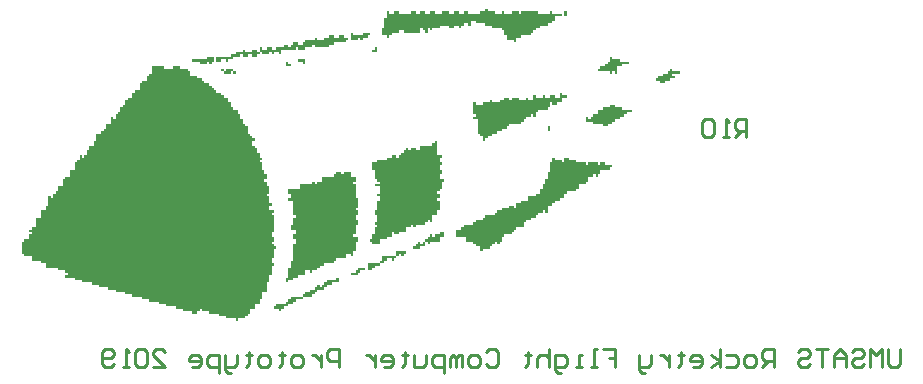
<source format=gbo>
G04*
G04 #@! TF.GenerationSoftware,Altium Limited,Altium Designer,19.0.14 (431)*
G04*
G04 Layer_Color=32896*
%FSLAX25Y25*%
%MOIN*%
G70*
G01*
G75*
%ADD11C,0.01000*%
G36*
X190100Y121500D02*
X192500D01*
Y120700D01*
X194900D01*
Y121500D01*
X195700D01*
Y120700D01*
X198100D01*
Y121500D01*
X200500D01*
Y120700D01*
X201300D01*
Y121500D01*
X206900D01*
Y120700D01*
X210900D01*
Y121500D01*
X211700D01*
Y120700D01*
X214900D01*
Y119900D01*
X212500D01*
Y119100D01*
Y118300D01*
X211700D01*
Y117500D01*
X210100D01*
Y116700D01*
X207700D01*
Y115900D01*
X206100D01*
Y115100D01*
X205300D01*
Y114300D01*
X204500D01*
Y113500D01*
X201300D01*
Y112700D01*
X199700D01*
Y111900D01*
Y111100D01*
X198900D01*
Y111900D01*
X196500D01*
Y112700D01*
Y113500D01*
X195700D01*
Y114300D01*
Y115100D01*
X194900D01*
Y115900D01*
X191700D01*
Y116700D01*
X189300D01*
Y117500D01*
X186100D01*
Y118300D01*
X184500D01*
Y117500D01*
Y116700D01*
X183700D01*
Y117500D01*
X182100D01*
Y116700D01*
X181300D01*
Y115900D01*
X180500D01*
Y116700D01*
X178900D01*
Y115900D01*
X177300D01*
Y116700D01*
X174100D01*
Y115900D01*
X171700D01*
Y115100D01*
X170900D01*
Y115900D01*
X170100D01*
Y115100D01*
Y114300D01*
X169300D01*
Y115100D01*
X168500D01*
Y115900D01*
X167700D01*
Y115100D01*
Y114300D01*
X162100D01*
Y115100D01*
X160500D01*
Y114300D01*
X158100D01*
Y113500D01*
X157300D01*
Y112700D01*
X156500D01*
Y113500D01*
X154900D01*
Y114300D01*
Y115100D01*
Y115900D01*
X155700D01*
Y116700D01*
Y117500D01*
Y118300D01*
Y119100D01*
X156500D01*
Y119900D01*
Y120700D01*
Y121500D01*
X157300D01*
Y120700D01*
X158900D01*
Y121500D01*
X160500D01*
Y120700D01*
X164500D01*
Y121500D01*
X166100D01*
Y120700D01*
X167700D01*
Y121500D01*
X169300D01*
Y120700D01*
X170900D01*
Y121500D01*
X172500D01*
Y120700D01*
X174900D01*
Y121500D01*
X177300D01*
Y120700D01*
X178900D01*
Y121500D01*
X180500D01*
Y120700D01*
X182100D01*
Y121500D01*
X183700D01*
Y120700D01*
X187700D01*
Y121500D01*
X189300D01*
Y122300D01*
X190100D01*
Y121500D01*
D02*
G37*
G36*
X216500Y120700D02*
Y119900D01*
X215700D01*
Y120700D01*
Y121500D01*
X216500D01*
Y120700D01*
D02*
G37*
G36*
X150900Y113500D02*
X150100D01*
Y112700D01*
X148500D01*
Y111900D01*
X147700D01*
Y112700D01*
X146900D01*
Y111900D01*
X144500D01*
Y112700D01*
Y113500D01*
Y114300D01*
X145300D01*
Y113500D01*
X148500D01*
Y114300D01*
X150900D01*
Y113500D01*
D02*
G37*
G36*
X142100Y112700D02*
X143700D01*
Y111900D01*
X142900D01*
Y111100D01*
X138900D01*
Y110300D01*
X137300D01*
Y109500D01*
X132500D01*
Y110300D01*
X131700D01*
Y109500D01*
X129300D01*
Y108700D01*
X126900D01*
Y109500D01*
X126100D01*
Y108700D01*
X121300D01*
Y107900D01*
Y107100D01*
X120500D01*
Y107900D01*
X118900D01*
Y107100D01*
X118100D01*
Y107900D01*
X117300D01*
Y107100D01*
X114900D01*
Y107900D01*
X114100D01*
Y108700D01*
Y109500D01*
X114900D01*
Y108700D01*
X116500D01*
Y109500D01*
X118100D01*
Y108700D01*
X119700D01*
Y109500D01*
X122100D01*
Y110300D01*
X123700D01*
Y109500D01*
X124500D01*
Y110300D01*
X125300D01*
Y111100D01*
X126900D01*
Y110300D01*
X128500D01*
Y111100D01*
X129300D01*
Y111900D01*
X132500D01*
Y112700D01*
X133300D01*
Y111900D01*
X135700D01*
Y112700D01*
X137300D01*
Y113500D01*
X138900D01*
Y112700D01*
X140500D01*
Y113500D01*
X142100D01*
Y112700D01*
D02*
G37*
G36*
X153300Y108700D02*
Y107900D01*
X151700D01*
Y108700D01*
X152500D01*
Y109500D01*
X153300D01*
Y108700D01*
D02*
G37*
G36*
X113300Y107900D02*
X114100D01*
Y107100D01*
X113300D01*
Y106300D01*
X111700D01*
Y107100D01*
X110100D01*
Y106300D01*
X108500D01*
Y107100D01*
X107700D01*
Y106300D01*
X105300D01*
Y105500D01*
X103700D01*
Y104700D01*
X102900D01*
Y105500D01*
X101300D01*
Y104700D01*
X99700D01*
Y105500D01*
Y106300D01*
X104500D01*
Y107100D01*
X106100D01*
Y107900D01*
X108500D01*
Y108700D01*
X109300D01*
Y107900D01*
X111700D01*
Y108700D01*
X113300D01*
Y107900D01*
D02*
G37*
G36*
X129300Y104700D02*
Y103900D01*
X128500D01*
Y104700D01*
X126900D01*
Y105500D01*
X129300D01*
Y104700D01*
D02*
G37*
G36*
X98900Y105500D02*
Y104700D01*
X98100D01*
Y103900D01*
X97300D01*
Y104700D01*
X96500D01*
Y103900D01*
X94100D01*
Y104700D01*
X91700D01*
Y105500D01*
X96500D01*
Y106300D01*
X98900D01*
Y105500D01*
D02*
G37*
G36*
X123700Y103900D02*
X124500D01*
Y103100D01*
X122900D01*
Y103900D01*
Y104700D01*
X123700D01*
Y103900D01*
D02*
G37*
G36*
X87700Y102300D02*
X90100D01*
Y101500D01*
X90900D01*
Y100700D01*
Y99900D01*
X93300D01*
Y99100D01*
X94900D01*
Y98300D01*
X95700D01*
Y97500D01*
X97300D01*
Y96700D01*
X98100D01*
Y95900D01*
X98900D01*
Y95100D01*
X99700D01*
Y94300D01*
X101300D01*
Y93500D01*
X102100D01*
Y92700D01*
X103700D01*
Y91900D01*
Y91100D01*
X104500D01*
Y90300D01*
Y89500D01*
X105300D01*
Y88700D01*
X106900D01*
Y87900D01*
Y87100D01*
X107700D01*
Y86300D01*
Y85500D01*
X108500D01*
Y84700D01*
Y83900D01*
X109300D01*
Y83100D01*
X110100D01*
Y82300D01*
Y81500D01*
Y80700D01*
X110900D01*
Y79900D01*
X111700D01*
Y79100D01*
X112500D01*
Y78300D01*
X111700D01*
Y77500D01*
Y76700D01*
X112500D01*
Y75900D01*
X113300D01*
Y75100D01*
Y74300D01*
X114100D01*
Y73500D01*
Y72700D01*
X114900D01*
Y71900D01*
X114100D01*
Y71100D01*
X114900D01*
Y70300D01*
Y69500D01*
Y68700D01*
X115700D01*
Y67900D01*
Y67100D01*
X116500D01*
Y66300D01*
Y65500D01*
X115700D01*
Y64700D01*
X116500D01*
Y63900D01*
Y63100D01*
X117300D01*
Y62300D01*
Y61500D01*
Y60700D01*
X116500D01*
Y59900D01*
X117300D01*
Y59100D01*
Y58300D01*
Y57500D01*
X118100D01*
Y56700D01*
X117300D01*
Y55900D01*
Y55100D01*
X118900D01*
Y54300D01*
X118100D01*
Y53500D01*
X118900D01*
Y52700D01*
Y51900D01*
Y51100D01*
Y50300D01*
Y49500D01*
Y48700D01*
Y47900D01*
X118100D01*
Y47100D01*
Y46300D01*
X118900D01*
Y45500D01*
Y44700D01*
X118100D01*
Y43900D01*
X118900D01*
Y43100D01*
X119700D01*
Y42300D01*
X118900D01*
Y41500D01*
Y40700D01*
Y39900D01*
Y39100D01*
X118100D01*
Y38300D01*
Y37500D01*
X118900D01*
Y36700D01*
X118100D01*
Y35900D01*
Y35100D01*
Y34300D01*
Y33500D01*
X117300D01*
Y32700D01*
Y31900D01*
Y31100D01*
X116500D01*
Y30300D01*
Y29500D01*
Y28700D01*
Y27900D01*
X114900D01*
Y27100D01*
Y26300D01*
Y25500D01*
X114100D01*
Y24700D01*
Y23900D01*
X112500D01*
Y23100D01*
Y22300D01*
X110900D01*
Y21500D01*
Y20700D01*
X110100D01*
Y19900D01*
X109300D01*
Y19100D01*
X106900D01*
Y18300D01*
X106100D01*
Y19100D01*
X102900D01*
Y19900D01*
X100500D01*
Y20700D01*
X97300D01*
Y21500D01*
X94900D01*
Y22300D01*
X94100D01*
Y21500D01*
X93300D01*
Y20700D01*
X91700D01*
Y21500D01*
X88500D01*
Y22300D01*
X86100D01*
Y23100D01*
X82900D01*
Y23900D01*
X80500D01*
Y24700D01*
X77300D01*
Y25500D01*
X74900D01*
Y26300D01*
X71700D01*
Y27100D01*
X69300D01*
Y27900D01*
X66100D01*
Y28700D01*
X63700D01*
Y29500D01*
X60500D01*
Y30300D01*
X58100D01*
Y31100D01*
X54900D01*
Y31900D01*
X52500D01*
Y32700D01*
X49300D01*
Y33500D01*
X50100D01*
Y34300D01*
X49300D01*
Y35100D01*
X46900D01*
Y35900D01*
X42900D01*
Y36700D01*
Y37500D01*
X41300D01*
Y38300D01*
X38100D01*
Y39100D01*
Y39900D01*
X35700D01*
Y40700D01*
X34900D01*
Y41500D01*
Y42300D01*
Y43100D01*
Y43900D01*
Y44700D01*
X35700D01*
Y45500D01*
X37300D01*
Y46300D01*
Y47100D01*
X38100D01*
Y47900D01*
X37300D01*
Y48700D01*
X38100D01*
Y49500D01*
X39700D01*
Y50300D01*
Y51100D01*
Y51900D01*
Y52700D01*
X41300D01*
Y53500D01*
Y54300D01*
Y55100D01*
X42900D01*
Y55900D01*
Y56700D01*
X43700D01*
Y57500D01*
Y58300D01*
Y59100D01*
Y59900D01*
X44500D01*
Y59100D01*
X45300D01*
Y59900D01*
Y60700D01*
X46100D01*
Y61500D01*
X46900D01*
Y62300D01*
Y63100D01*
X48500D01*
Y63900D01*
Y64700D01*
Y65500D01*
X49300D01*
Y66300D01*
X50900D01*
Y67100D01*
Y67900D01*
Y68700D01*
X52500D01*
Y69500D01*
Y70300D01*
Y71100D01*
X53300D01*
Y71900D01*
X54100D01*
Y72700D01*
Y73500D01*
X54900D01*
Y72700D01*
X55700D01*
Y73500D01*
X56500D01*
Y74300D01*
Y75100D01*
X57300D01*
Y75900D01*
Y76700D01*
X58900D01*
Y77500D01*
Y78300D01*
X59700D01*
Y79100D01*
Y79900D01*
Y80700D01*
X61300D01*
Y81500D01*
X62100D01*
Y82300D01*
X62900D01*
Y83100D01*
Y83900D01*
X64500D01*
Y84700D01*
Y85500D01*
Y86300D01*
X65300D01*
Y85500D01*
X66100D01*
Y86300D01*
Y87100D01*
X66900D01*
Y87900D01*
X67700D01*
Y88700D01*
Y89500D01*
X68500D01*
Y90300D01*
X69300D01*
Y91100D01*
Y91900D01*
X70100D01*
Y92700D01*
X71700D01*
Y93500D01*
Y94300D01*
X72500D01*
Y95100D01*
X74100D01*
Y95900D01*
Y96700D01*
Y97500D01*
X74900D01*
Y98300D01*
X76500D01*
Y99100D01*
Y99900D01*
X77300D01*
Y100700D01*
X78100D01*
Y101500D01*
Y102300D01*
Y103100D01*
X82100D01*
Y102300D01*
X85300D01*
Y103100D01*
X87700D01*
Y102300D01*
D02*
G37*
G36*
X105300Y101500D02*
X106100D01*
Y100700D01*
X105300D01*
Y101500D01*
X104500D01*
Y100700D01*
X102100D01*
Y101500D01*
X101300D01*
Y102300D01*
X102100D01*
Y101500D01*
X102900D01*
Y102300D01*
X105300D01*
Y101500D01*
D02*
G37*
G36*
X231700Y105500D02*
X234100D01*
Y104700D01*
X237300D01*
Y103900D01*
X234900D01*
Y103100D01*
X233300D01*
Y102300D01*
Y101500D01*
Y100700D01*
X232500D01*
Y101500D01*
X231700D01*
Y100700D01*
X230900D01*
Y101500D01*
X226900D01*
Y102300D01*
X227700D01*
Y103100D01*
X229300D01*
Y103900D01*
X230100D01*
Y104700D01*
X230900D01*
Y105500D01*
Y106300D01*
X231700D01*
Y105500D01*
D02*
G37*
G36*
X251700Y101500D02*
X254100D01*
Y100700D01*
X251700D01*
Y99900D01*
X252500D01*
Y99100D01*
X250900D01*
Y98300D01*
X249300D01*
Y97500D01*
X247700D01*
Y98300D01*
X246100D01*
Y99100D01*
X246900D01*
Y99900D01*
X248500D01*
Y100700D01*
X250100D01*
Y101500D01*
X250900D01*
Y102300D01*
X251700D01*
Y101500D01*
D02*
G37*
G36*
X214900Y93500D02*
X216500D01*
Y92700D01*
X214900D01*
Y91900D01*
Y91100D01*
X213300D01*
Y90300D01*
X211700D01*
Y91100D01*
X210900D01*
Y90300D01*
Y89500D01*
X210100D01*
Y88700D01*
X206900D01*
Y87900D01*
X206100D01*
Y87100D01*
Y86300D01*
X205300D01*
Y87100D01*
X204500D01*
Y86300D01*
X202900D01*
Y85500D01*
X202100D01*
Y84700D01*
X201300D01*
Y83900D01*
X197300D01*
Y83100D01*
X196500D01*
Y82300D01*
X194900D01*
Y81500D01*
X193300D01*
Y80700D01*
X191700D01*
Y79900D01*
X190100D01*
Y79100D01*
X189300D01*
Y78300D01*
X188500D01*
Y79100D01*
Y79900D01*
X187700D01*
Y80700D01*
X186900D01*
Y81500D01*
Y82300D01*
Y83100D01*
Y83900D01*
Y84700D01*
Y85500D01*
X185300D01*
Y86300D01*
X186100D01*
Y87100D01*
X185300D01*
Y87900D01*
Y88700D01*
Y89500D01*
Y90300D01*
Y91100D01*
X186100D01*
Y90300D01*
X188500D01*
Y91100D01*
X190900D01*
Y91900D01*
X191700D01*
Y91100D01*
X194100D01*
Y91900D01*
X195700D01*
Y92700D01*
X197300D01*
Y91900D01*
X198100D01*
Y92700D01*
X200500D01*
Y91900D01*
X202900D01*
Y92700D01*
X203700D01*
Y91900D01*
X205300D01*
Y92700D01*
Y93500D01*
X206100D01*
Y92700D01*
X208500D01*
Y93500D01*
X209300D01*
Y92700D01*
X210900D01*
Y93500D01*
X212500D01*
Y92700D01*
X214100D01*
Y93500D01*
Y94300D01*
X214900D01*
Y93500D01*
D02*
G37*
G36*
X232500Y89500D02*
X234900D01*
Y88700D01*
X238100D01*
Y87900D01*
X236500D01*
Y87100D01*
X235700D01*
Y86300D01*
X234100D01*
Y85500D01*
X232500D01*
Y84700D01*
X231700D01*
Y83900D01*
X230100D01*
Y83100D01*
X228500D01*
Y83900D01*
X225300D01*
Y84700D01*
X222900D01*
Y85500D01*
Y86300D01*
X223700D01*
Y85500D01*
X224500D01*
Y86300D01*
X225300D01*
Y87100D01*
X226900D01*
Y87900D01*
Y88700D01*
X228500D01*
Y89500D01*
X230900D01*
Y90300D01*
X232500D01*
Y89500D01*
D02*
G37*
G36*
X210900Y82300D02*
Y81500D01*
X210100D01*
Y82300D01*
Y83100D01*
X210900D01*
Y82300D01*
D02*
G37*
G36*
X173300Y77500D02*
Y76700D01*
Y75900D01*
Y75100D01*
Y74300D01*
Y73500D01*
X174900D01*
Y72700D01*
X174100D01*
Y71900D01*
Y71100D01*
X174900D01*
Y70300D01*
X174100D01*
Y69500D01*
Y68700D01*
X174900D01*
Y67900D01*
Y67100D01*
X174100D01*
Y66300D01*
Y65500D01*
X175700D01*
Y64700D01*
X174900D01*
Y63900D01*
Y63100D01*
Y62300D01*
X174100D01*
Y61500D01*
X173300D01*
Y60700D01*
X174100D01*
Y59900D01*
Y59100D01*
X173300D01*
Y58300D01*
X174100D01*
Y57500D01*
Y56700D01*
Y55900D01*
Y55100D01*
X173300D01*
Y54300D01*
Y53500D01*
X171700D01*
Y52700D01*
Y51900D01*
Y51100D01*
X170900D01*
Y51900D01*
X170100D01*
Y51100D01*
X169300D01*
Y50300D01*
X166100D01*
Y49500D01*
X165300D01*
Y50300D01*
X164500D01*
Y49500D01*
X162900D01*
Y48700D01*
Y47900D01*
X160500D01*
Y47100D01*
X158900D01*
Y47900D01*
X158100D01*
Y47100D01*
Y46300D01*
X156500D01*
Y45500D01*
X154100D01*
Y44700D01*
Y43900D01*
X151700D01*
Y44700D01*
X150900D01*
Y45500D01*
X151700D01*
Y46300D01*
Y47100D01*
X152500D01*
Y47900D01*
Y48700D01*
Y49500D01*
X153300D01*
Y50300D01*
X152500D01*
Y51100D01*
X153300D01*
Y51900D01*
Y52700D01*
Y53500D01*
X152500D01*
Y54300D01*
Y55100D01*
X153300D01*
Y55900D01*
Y56700D01*
Y57500D01*
Y58300D01*
X154100D01*
Y59100D01*
Y59900D01*
X153300D01*
Y60700D01*
X154100D01*
Y61500D01*
Y62300D01*
Y63100D01*
X152500D01*
Y63900D01*
X154100D01*
Y64700D01*
X153300D01*
Y65500D01*
X152500D01*
Y66300D01*
Y67100D01*
Y67900D01*
Y68700D01*
X151700D01*
Y69500D01*
Y70300D01*
Y71100D01*
X153300D01*
Y71900D01*
X156500D01*
Y72700D01*
X158100D01*
Y73500D01*
X159700D01*
Y72700D01*
X160500D01*
Y73500D01*
X161300D01*
Y74300D01*
X162100D01*
Y75100D01*
X162900D01*
Y75900D01*
X163700D01*
Y75100D01*
X164500D01*
Y75900D01*
X166100D01*
Y75100D01*
X167700D01*
Y75900D01*
Y76700D01*
X171700D01*
Y77500D01*
X172500D01*
Y78300D01*
X173300D01*
Y77500D01*
D02*
G37*
G36*
X217300Y71900D02*
X219700D01*
Y71100D01*
X222900D01*
Y70300D01*
X223700D01*
Y71100D01*
X226900D01*
Y70300D01*
X227700D01*
Y71100D01*
X229300D01*
Y70300D01*
X231700D01*
Y69500D01*
X230900D01*
Y68700D01*
X227700D01*
Y67900D01*
Y67100D01*
X226900D01*
Y66300D01*
X226100D01*
Y67100D01*
X225300D01*
Y66300D01*
X223700D01*
Y65500D01*
Y64700D01*
X222900D01*
Y63900D01*
X220500D01*
Y63100D01*
Y62300D01*
X219700D01*
Y61500D01*
X216500D01*
Y60700D01*
X215700D01*
Y59900D01*
Y59100D01*
X214100D01*
Y58300D01*
X212500D01*
Y57500D01*
X211700D01*
Y56700D01*
X210100D01*
Y55900D01*
Y55100D01*
Y54300D01*
X209300D01*
Y55100D01*
X208500D01*
Y54300D01*
X206900D01*
Y53500D01*
X206100D01*
Y52700D01*
X204500D01*
Y51900D01*
X202900D01*
Y51100D01*
X202100D01*
Y50300D01*
Y49500D01*
X199700D01*
Y48700D01*
X198900D01*
Y47900D01*
X198100D01*
Y47100D01*
X195700D01*
Y46300D01*
X194900D01*
Y45500D01*
Y44700D01*
X194100D01*
Y43900D01*
X193300D01*
Y44700D01*
X192500D01*
Y43900D01*
X191700D01*
Y43100D01*
X190900D01*
Y42300D01*
X188500D01*
Y41500D01*
X187700D01*
Y42300D01*
Y43100D01*
X186100D01*
Y43900D01*
X185300D01*
Y44700D01*
X182900D01*
Y45500D01*
Y46300D01*
X179700D01*
Y47100D01*
Y47900D01*
Y48700D01*
X181300D01*
Y49500D01*
X182100D01*
Y50300D01*
X185300D01*
Y51100D01*
X186100D01*
Y51900D01*
X188500D01*
Y52700D01*
X189300D01*
Y53500D01*
X192500D01*
Y54300D01*
X193300D01*
Y55100D01*
X194900D01*
Y55900D01*
X197300D01*
Y56700D01*
X198900D01*
Y55900D01*
X199700D01*
Y56700D01*
Y57500D01*
X201300D01*
Y58300D01*
X203700D01*
Y59100D01*
Y59900D01*
X206100D01*
Y60700D01*
X207700D01*
Y61500D01*
Y62300D01*
X208500D01*
Y63100D01*
Y63900D01*
X209300D01*
Y64700D01*
Y65500D01*
X210100D01*
Y66300D01*
Y67100D01*
Y67900D01*
X210900D01*
Y68700D01*
Y69500D01*
Y70300D01*
Y71100D01*
X211700D01*
Y71900D01*
Y72700D01*
X212500D01*
Y71900D01*
X214900D01*
Y71100D01*
X215700D01*
Y71900D01*
Y72700D01*
X217300D01*
Y71900D01*
D02*
G37*
G36*
X144500Y67100D02*
Y66300D01*
X146100D01*
Y65500D01*
Y64700D01*
X145300D01*
Y63900D01*
X146100D01*
Y63100D01*
Y62300D01*
Y61500D01*
Y60700D01*
Y59900D01*
Y59100D01*
X146900D01*
Y58300D01*
Y57500D01*
Y56700D01*
Y55900D01*
X146100D01*
Y55100D01*
X146900D01*
Y54300D01*
Y53500D01*
X146100D01*
Y52700D01*
Y51900D01*
X146900D01*
Y51100D01*
Y50300D01*
X146100D01*
Y49500D01*
Y48700D01*
Y47900D01*
Y47100D01*
X145300D01*
Y46300D01*
X146900D01*
Y45500D01*
Y44700D01*
X146100D01*
Y43900D01*
Y43100D01*
Y42300D01*
Y41500D01*
X145300D01*
Y40700D01*
Y39900D01*
X144500D01*
Y40700D01*
X142900D01*
Y39900D01*
Y39100D01*
X139700D01*
Y38300D01*
X138900D01*
Y37500D01*
X135700D01*
Y36700D01*
X134100D01*
Y35900D01*
X133300D01*
Y35100D01*
X131700D01*
Y34300D01*
X130900D01*
Y35100D01*
X129300D01*
Y34300D01*
Y33500D01*
X126900D01*
Y32700D01*
X125300D01*
Y31900D01*
X123700D01*
Y31100D01*
X122900D01*
Y31900D01*
Y32700D01*
X123700D01*
Y33500D01*
Y34300D01*
Y35100D01*
Y35900D01*
X124500D01*
Y36700D01*
Y37500D01*
Y38300D01*
X125300D01*
Y39100D01*
Y39900D01*
Y40700D01*
Y41500D01*
Y42300D01*
Y43100D01*
Y43900D01*
X126100D01*
Y44700D01*
Y45500D01*
X125300D01*
Y46300D01*
Y47100D01*
X126100D01*
Y47900D01*
Y48700D01*
X124500D01*
Y49500D01*
Y50300D01*
X125300D01*
Y51100D01*
Y51900D01*
Y52700D01*
X126100D01*
Y53500D01*
X125300D01*
Y54300D01*
Y55100D01*
Y55900D01*
Y56700D01*
Y57500D01*
Y58300D01*
X123700D01*
Y59100D01*
X124500D01*
Y59900D01*
Y60700D01*
X123700D01*
Y61500D01*
Y62300D01*
X127700D01*
Y63100D01*
Y63900D01*
X131700D01*
Y64700D01*
X132500D01*
Y63900D01*
X133300D01*
Y64700D01*
X134900D01*
Y65500D01*
Y66300D01*
X138900D01*
Y67100D01*
X139700D01*
Y67900D01*
X141300D01*
Y67100D01*
X142100D01*
Y67900D01*
X144500D01*
Y67100D01*
D02*
G37*
G36*
X175700Y47100D02*
Y46300D01*
X174100D01*
Y45500D01*
Y44700D01*
X170900D01*
Y43900D01*
X170100D01*
Y44700D01*
X169300D01*
Y45500D01*
X170100D01*
Y46300D01*
X170900D01*
Y47100D01*
X171700D01*
Y46300D01*
X172500D01*
Y47100D01*
X174100D01*
Y47900D01*
X175700D01*
Y47100D01*
D02*
G37*
G36*
X169300Y43900D02*
Y43100D01*
X167700D01*
Y42300D01*
X165300D01*
Y43100D01*
X166100D01*
Y43900D01*
X166900D01*
Y44700D01*
X167700D01*
Y43900D01*
X168500D01*
Y44700D01*
X169300D01*
Y43900D01*
D02*
G37*
G36*
X162900Y40700D02*
X162100D01*
Y39900D01*
X161300D01*
Y40700D01*
X160500D01*
Y39900D01*
X159700D01*
Y40700D01*
Y41500D01*
X162900D01*
Y40700D01*
D02*
G37*
G36*
X159700Y39100D02*
X158900D01*
Y38300D01*
X158100D01*
Y39100D01*
X156500D01*
Y38300D01*
X155700D01*
Y37500D01*
X154100D01*
Y38300D01*
X154900D01*
Y39100D01*
Y39900D01*
X159700D01*
Y39100D01*
D02*
G37*
G36*
X154100Y36700D02*
X152500D01*
Y35900D01*
X151700D01*
Y35100D01*
X150100D01*
Y35900D01*
Y36700D01*
Y37500D01*
X154100D01*
Y36700D01*
D02*
G37*
G36*
X149300Y35100D02*
X147700D01*
Y34300D01*
X146900D01*
Y33500D01*
X144500D01*
Y34300D01*
X146100D01*
Y35100D01*
X146900D01*
Y35900D01*
X149300D01*
Y35100D01*
D02*
G37*
G36*
X140500Y31900D02*
Y31100D01*
X138100D01*
Y30300D01*
X136500D01*
Y29500D01*
X135700D01*
Y28700D01*
X133300D01*
Y27900D01*
X132500D01*
Y27100D01*
X131700D01*
Y26300D01*
X128500D01*
Y27100D01*
X129300D01*
Y27900D01*
X130900D01*
Y28700D01*
X132500D01*
Y29500D01*
X133300D01*
Y30300D01*
X134100D01*
Y29500D01*
X134900D01*
Y30300D01*
X135700D01*
Y31100D01*
X136500D01*
Y31900D01*
X139700D01*
Y32700D01*
X140500D01*
Y31900D01*
D02*
G37*
G36*
X128500Y25500D02*
X126100D01*
Y24700D01*
X125300D01*
Y23900D01*
X123700D01*
Y23100D01*
X122100D01*
Y22300D01*
X121300D01*
Y21500D01*
X120500D01*
Y22300D01*
X118900D01*
Y23100D01*
X119700D01*
Y23900D01*
X122900D01*
Y24700D01*
X123700D01*
Y25500D01*
X124500D01*
Y26300D01*
X128500D01*
Y25500D01*
D02*
G37*
D11*
X327600Y8798D02*
Y3800D01*
X326600Y2800D01*
X324601D01*
X323601Y3800D01*
Y8798D01*
X321602Y2800D02*
Y8798D01*
X319603Y6799D01*
X317603Y8798D01*
Y2800D01*
X311605Y7798D02*
X312605Y8798D01*
X314604D01*
X315604Y7798D01*
Y6799D01*
X314604Y5799D01*
X312605D01*
X311605Y4799D01*
Y3800D01*
X312605Y2800D01*
X314604D01*
X315604Y3800D01*
X309606Y2800D02*
Y6799D01*
X307607Y8798D01*
X305607Y6799D01*
Y2800D01*
Y5799D01*
X309606D01*
X303608Y8798D02*
X299609D01*
X301608D01*
Y2800D01*
X293611Y7798D02*
X294611Y8798D01*
X296610D01*
X297610Y7798D01*
Y6799D01*
X296610Y5799D01*
X294611D01*
X293611Y4799D01*
Y3800D01*
X294611Y2800D01*
X296610D01*
X297610Y3800D01*
X285614Y2800D02*
Y8798D01*
X282615D01*
X281615Y7798D01*
Y5799D01*
X282615Y4799D01*
X285614D01*
X283614D02*
X281615Y2800D01*
X278616D02*
X276617D01*
X275617Y3800D01*
Y5799D01*
X276617Y6799D01*
X278616D01*
X279615Y5799D01*
Y3800D01*
X278616Y2800D01*
X269619Y6799D02*
X272618D01*
X273618Y5799D01*
Y3800D01*
X272618Y2800D01*
X269619D01*
X267619D02*
Y8798D01*
Y4799D02*
X264620Y6799D01*
X267619Y4799D02*
X264620Y2800D01*
X258622D02*
X260622D01*
X261621Y3800D01*
Y5799D01*
X260622Y6799D01*
X258622D01*
X257623Y5799D01*
Y4799D01*
X261621D01*
X254624Y7798D02*
Y6799D01*
X255623D01*
X253624D01*
X254624D01*
Y3800D01*
X253624Y2800D01*
X250625Y6799D02*
Y2800D01*
Y4799D01*
X249625Y5799D01*
X248626Y6799D01*
X247626D01*
X244627D02*
Y3800D01*
X243627Y2800D01*
X240628D01*
Y1800D01*
X241628Y801D01*
X242628D01*
X240628Y2800D02*
Y6799D01*
X228632Y8798D02*
X232631D01*
Y5799D01*
X230631D01*
X232631D01*
Y2800D01*
X226633D02*
X224633D01*
X225633D01*
Y8798D01*
X226633D01*
X221634Y2800D02*
X219635D01*
X220635D01*
Y6799D01*
X221634D01*
X214636Y801D02*
X213637D01*
X212637Y1800D01*
Y6799D01*
X215636D01*
X216636Y5799D01*
Y3800D01*
X215636Y2800D01*
X212637D01*
X210638Y8798D02*
Y2800D01*
Y5799D01*
X209638Y6799D01*
X207639D01*
X206639Y5799D01*
Y2800D01*
X203640Y7798D02*
Y6799D01*
X204640D01*
X202640D01*
X203640D01*
Y3800D01*
X202640Y2800D01*
X189645Y7798D02*
X190644Y8798D01*
X192644D01*
X193643Y7798D01*
Y3800D01*
X192644Y2800D01*
X190644D01*
X189645Y3800D01*
X186646Y2800D02*
X184646D01*
X183647Y3800D01*
Y5799D01*
X184646Y6799D01*
X186646D01*
X187645Y5799D01*
Y3800D01*
X186646Y2800D01*
X181647D02*
Y6799D01*
X180648D01*
X179648Y5799D01*
Y2800D01*
Y5799D01*
X178648Y6799D01*
X177648Y5799D01*
Y2800D01*
X175649Y801D02*
Y6799D01*
X172650D01*
X171651Y5799D01*
Y3800D01*
X172650Y2800D01*
X175649D01*
X169651Y6799D02*
Y3800D01*
X168651Y2800D01*
X165652D01*
Y6799D01*
X162653Y7798D02*
Y6799D01*
X163653D01*
X161654D01*
X162653D01*
Y3800D01*
X161654Y2800D01*
X155656D02*
X157655D01*
X158655Y3800D01*
Y5799D01*
X157655Y6799D01*
X155656D01*
X154656Y5799D01*
Y4799D01*
X158655D01*
X152657Y6799D02*
Y2800D01*
Y4799D01*
X151657Y5799D01*
X150657Y6799D01*
X149658D01*
X140661Y2800D02*
Y8798D01*
X137661D01*
X136662Y7798D01*
Y5799D01*
X137661Y4799D01*
X140661D01*
X134662Y6799D02*
Y2800D01*
Y4799D01*
X133663Y5799D01*
X132663Y6799D01*
X131663D01*
X127665Y2800D02*
X125665D01*
X124666Y3800D01*
Y5799D01*
X125665Y6799D01*
X127665D01*
X128664Y5799D01*
Y3800D01*
X127665Y2800D01*
X121667Y7798D02*
Y6799D01*
X122666D01*
X120667D01*
X121667D01*
Y3800D01*
X120667Y2800D01*
X116668D02*
X114669D01*
X113669Y3800D01*
Y5799D01*
X114669Y6799D01*
X116668D01*
X117668Y5799D01*
Y3800D01*
X116668Y2800D01*
X110670Y7798D02*
Y6799D01*
X111670D01*
X109670D01*
X110670D01*
Y3800D01*
X109670Y2800D01*
X106672Y6799D02*
Y3800D01*
X105672Y2800D01*
X102673D01*
Y1800D01*
X103673Y801D01*
X104672D01*
X102673Y2800D02*
Y6799D01*
X100673Y801D02*
Y6799D01*
X97674D01*
X96675Y5799D01*
Y3800D01*
X97674Y2800D01*
X100673D01*
X91676D02*
X93676D01*
X94675Y3800D01*
Y5799D01*
X93676Y6799D01*
X91676D01*
X90677Y5799D01*
Y4799D01*
X94675D01*
X78680Y2800D02*
X82679D01*
X78680Y6799D01*
Y7798D01*
X79680Y8798D01*
X81680D01*
X82679Y7798D01*
X76681D02*
X75682Y8798D01*
X73682D01*
X72682Y7798D01*
Y3800D01*
X73682Y2800D01*
X75682D01*
X76681Y3800D01*
Y7798D01*
X70683Y2800D02*
X68684D01*
X69683D01*
Y8798D01*
X70683Y7798D01*
X65685Y3800D02*
X64685Y2800D01*
X62686D01*
X61686Y3800D01*
Y7798D01*
X62686Y8798D01*
X64685D01*
X65685Y7798D01*
Y6799D01*
X64685Y5799D01*
X61686D01*
X276400Y79600D02*
Y85598D01*
X273401D01*
X272401Y84598D01*
Y82599D01*
X273401Y81599D01*
X276400D01*
X274401D02*
X272401Y79600D01*
X270402D02*
X268403D01*
X269402D01*
Y85598D01*
X270402Y84598D01*
X265404D02*
X264404Y85598D01*
X262404D01*
X261405Y84598D01*
Y80600D01*
X262404Y79600D01*
X264404D01*
X265404Y80600D01*
Y84598D01*
M02*

</source>
